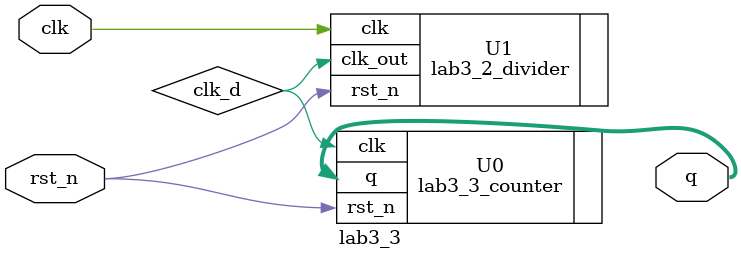
<source format=v>
`timescale 1ns / 1ps


module lab3_3(q, clk, rst_n);

output [3:0] q;
input clk;
input rst_n;

wire clk_d;
wire [3:0] q;

lab3_3_counter U0(.q(q), .clk(clk_d), .rst_n(rst_n));
lab3_2_divider U1(.clk_out(clk_d), .clk(clk), .rst_n(rst_n));

endmodule

</source>
